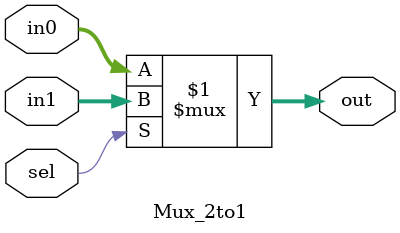
<source format=v>
module Mux_2to1 (
    input wire sel,              // Select signal
    input wire [31:0] in0,      // Input 0
    input wire [31:0] in1,      // Input 1
    output wire [31:0] out      // Output
);

    assign out = (sel) ? in1 : in0;

endmodule


</source>
